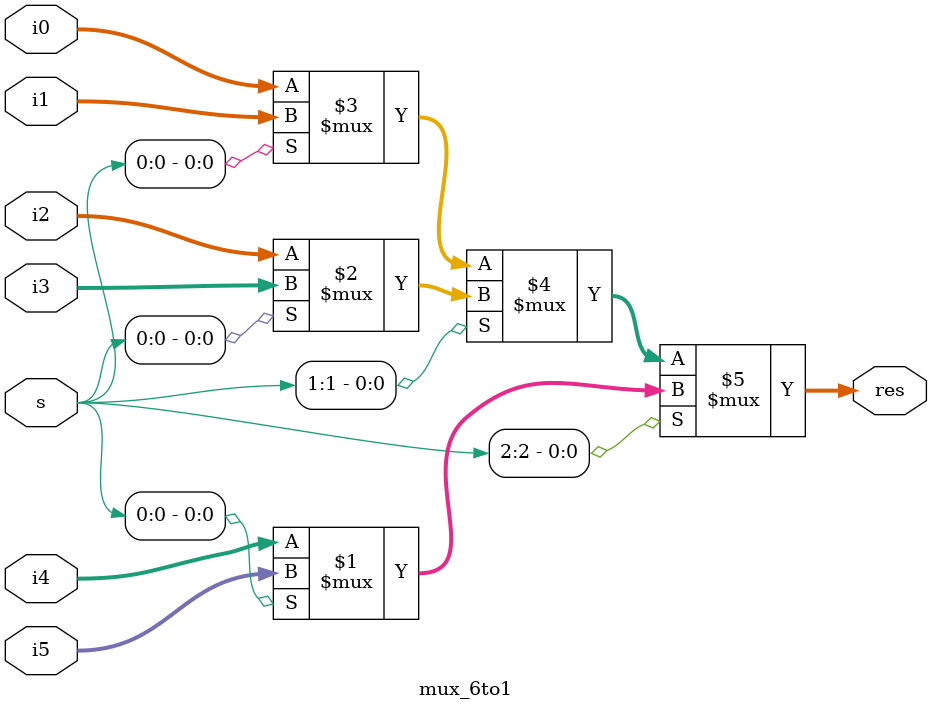
<source format=v>
module mux_6to1
	#(
		parameter nIO = 8
		
	)
	(
		input [nIO-1:0] i0,
		input [nIO-1:0] i1,
		input [nIO-1:0] i2,
		input [nIO-1:0] i3,
		input [nIO-1:0] i4,
		input [nIO-1:0] i5,
		input [2:0] s,
		output [nIO-1:0] res
	);
	
	assign res = s[2] ?
	(s[0] ? i5 : i4)
	:(s[1] ?
		(s[0] ? i3 : i2)
		:(s[0] ? i1 : i0)
	);
		
endmodule


</source>
